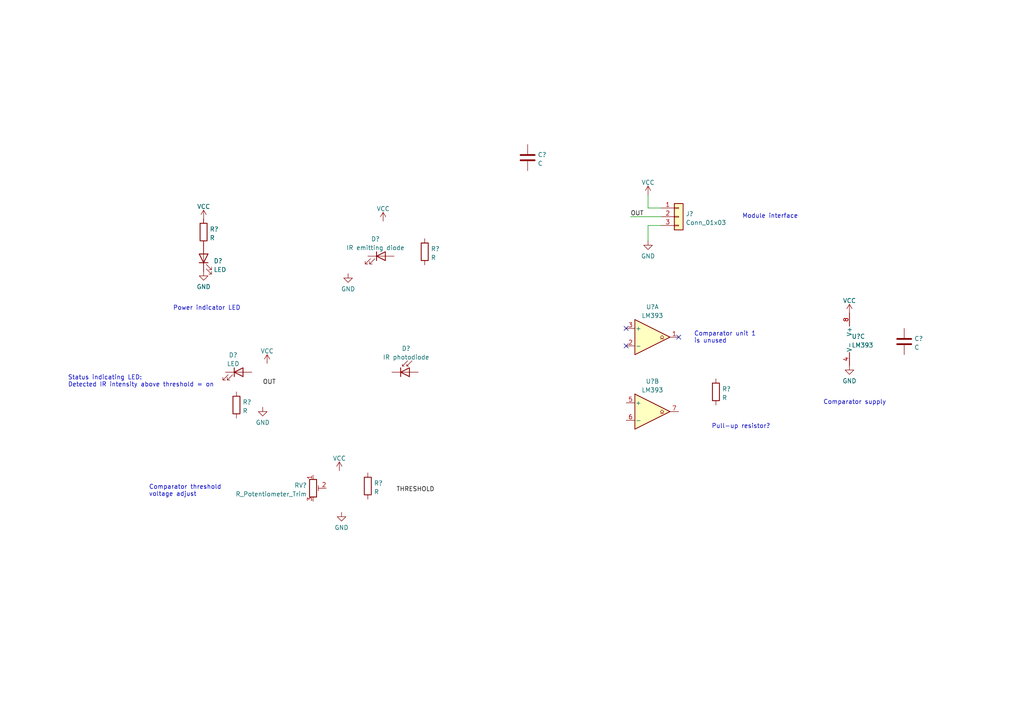
<source format=kicad_sch>
(kicad_sch (version 20211123) (generator eeschema)
  (paper "A4")
  (lib_symbols
    (symbol "Comparator:LM393" (pin_names (offset 0.127))
      (property "Reference" "U" (at 3.81 3.81 0))
      (property "Value" "LM393" (at 6.35 -3.81 0))
      (symbol "LM393_1_1"
        (polyline (pts (xy -5.08 5.08) (xy 5.08 0) (xy -5.08 -5.08) (xy -5.08 5.08)) (stroke (width 0.254)) (fill (type background)))
        (polyline (pts (xy 3.302 -0.508) (xy 2.794 -0.508) (xy 3.302 0) (xy 2.794 0.508) (xy 2.286 0) (xy 2.794 -0.508) (xy 2.286 -0.508)) (stroke (width 0.127)))
        (pin open_collector line (at 7.62 0 180) (length 2.54) (name "~") (number "1"))
        (pin input line (at -7.62 -2.54 0) (length 2.54) (name "-") (number "2"))
        (pin input line (at -7.62 2.54 0) (length 2.54) (name "+") (number "3"))
      )
      (symbol "LM393_2_1"
        (polyline (pts (xy -5.08 5.08) (xy 5.08 0) (xy -5.08 -5.08) (xy -5.08 5.08)) (stroke (width 0.254)) (fill (type background)))
        (polyline (pts (xy 3.302 -0.508) (xy 2.794 -0.508) (xy 3.302 0) (xy 2.794 0.508) (xy 2.286 0) (xy 2.794 -0.508) (xy 2.286 -0.508)) (stroke (width 0.127)))
        (pin input line (at -7.62 2.54 0) (length 2.54) (name "+") (number "5"))
        (pin input line (at -7.62 -2.54 0) (length 2.54) (name "-") (number "6"))
        (pin open_collector line (at 7.62 0 180) (length 2.54) (name "~") (number "7"))
      )
      (symbol "LM393_3_1"
        (pin power_in line (at -2.54 -7.62 90) (length 3.81) (name "V-") (number "4"))
        (pin power_in line (at -2.54 7.62 270) (length 3.81) (name "V+") (number "8"))
      )
    )
    (symbol "Connector_Generic:Conn_01x03" (pin_names (offset 1.016) hide)
      (property "Reference" "J" (at 0 5.08 0))
      (property "Value" "Conn_01x03" (at 0 -5.08 0))
      (symbol "Conn_01x03_1_1"
        (rectangle (start -1.27 -2.413) (end 0 -2.667) (stroke (width 0.1524)))
        (rectangle (start -1.27 0.127) (end 0 -0.127) (stroke (width 0.1524)))
        (rectangle (start -1.27 2.667) (end 0 2.413) (stroke (width 0.1524)))
        (rectangle (start -1.27 3.81) (end 1.27 -3.81) (stroke (width 0.254)) (fill (type background)))
        (pin passive line (at -5.08 2.54 0) (length 3.81) (name "Pin_1") (number "1"))
        (pin passive line (at -5.08 0 0) (length 3.81) (name "Pin_2") (number "2"))
        (pin passive line (at -5.08 -2.54 0) (length 3.81) (name "Pin_3") (number "3"))
      )
    )
    (symbol "Device:C" (pin_numbers hide) (pin_names (offset 0.254))
      (property "Reference" "C" (at 0.635 2.54 0))
      (property "Value" "C" (at 0.635 -2.54 0))
      (symbol "C_0_1"
        (polyline (pts (xy -2.032 -0.762) (xy 2.032 -0.762)) (stroke (width 0.508)))
        (polyline (pts (xy -2.032 0.762) (xy 2.032 0.762)) (stroke (width 0.508)))
      )
      (symbol "C_1_1"
        (pin passive line (at 0 3.81 270) (length 2.794) (name "~") (number "1"))
        (pin passive line (at 0 -3.81 90) (length 2.794) (name "~") (number "2"))
      )
    )
    (symbol "Device:D_Photo" (pin_numbers hide) (pin_names hide)
      (property "Reference" "D" (at 0.508 1.778 0))
      (property "Value" "D_Photo" (at -1.016 -2.794 0))
      (symbol "D_Photo_0_1"
        (polyline (pts (xy -2.54 1.27) (xy -2.54 -1.27)) (stroke (width 0.254)))
        (polyline (pts (xy -2.032 1.778) (xy -1.524 1.778)))
        (polyline (pts (xy 0 0) (xy -2.54 0)))
        (polyline (pts (xy -0.508 3.302) (xy -2.032 1.778) (xy -2.032 2.286)))
        (polyline (pts (xy 0 -1.27) (xy 0 1.27) (xy -2.54 0) (xy 0 -1.27)) (stroke (width 0.254)))
        (polyline (pts (xy 0.762 3.302) (xy -0.762 1.778) (xy -0.762 2.286) (xy -0.762 1.778) (xy -0.254 1.778)))
      )
      (symbol "D_Photo_1_1"
        (pin passive line (at -5.08 0 0) (length 2.54) (name "K") (number "1"))
        (pin passive line (at 2.54 0 180) (length 2.54) (name "A") (number "2"))
      )
    )
    (symbol "Device:LED" (pin_numbers hide) (pin_names (offset 1.016) hide)
      (property "Reference" "D" (at 0 2.54 0))
      (property "Value" "LED" (at 0 -2.54 0))
      (symbol "LED_0_1"
        (polyline (pts (xy -1.27 -1.27) (xy -1.27 1.27)) (stroke (width 0.254)))
        (polyline (pts (xy -1.27 0) (xy 1.27 0)))
        (polyline (pts (xy 1.27 -1.27) (xy 1.27 1.27) (xy -1.27 0) (xy 1.27 -1.27)) (stroke (width 0.254)))
        (polyline (pts (xy -3.048 -0.762) (xy -4.572 -2.286) (xy -3.81 -2.286) (xy -4.572 -2.286) (xy -4.572 -1.524)))
        (polyline (pts (xy -1.778 -0.762) (xy -3.302 -2.286) (xy -2.54 -2.286) (xy -3.302 -2.286) (xy -3.302 -1.524)))
      )
      (symbol "LED_1_1"
        (pin passive line (at -3.81 0 0) (length 2.54) (name "K") (number "1"))
        (pin passive line (at 3.81 0 180) (length 2.54) (name "A") (number "2"))
      )
    )
    (symbol "Device:R" (pin_numbers hide) (pin_names (offset 0))
      (property "Reference" "R" (at 2.032 0 90))
      (property "Value" "R" (at 0 0 90))
      (symbol "R_0_1"
        (rectangle (start -1.016 -2.54) (end 1.016 2.54) (stroke (width 0.254)))
      )
      (symbol "R_1_1"
        (pin passive line (at 0 3.81 270) (length 1.27) (name "~") (number "1"))
        (pin passive line (at 0 -3.81 90) (length 1.27) (name "~") (number "2"))
      )
    )
    (symbol "Device:R_Potentiometer_Trim" (pin_names (offset 1.016) hide)
      (property "Reference" "RV" (at -4.445 0 90))
      (property "Value" "R_Potentiometer_Trim" (at -2.54 0 90))
      (symbol "R_Potentiometer_Trim_0_1"
        (polyline (pts (xy 1.524 0.762) (xy 1.524 -0.762)))
        (polyline (pts (xy 2.54 0) (xy 1.524 0)))
        (rectangle (start 1.016 2.54) (end -1.016 -2.54) (stroke (width 0.254)))
      )
      (symbol "R_Potentiometer_Trim_1_1"
        (pin passive line (at 0 3.81 270) (length 1.27) (name "1") (number "1"))
        (pin passive line (at 3.81 0 180) (length 1.27) (name "2") (number "2"))
        (pin passive line (at 0 -3.81 90) (length 1.27) (name "3") (number "3"))
      )
    )
    (symbol "LM393_1" (pin_names (offset 0.127))
      (property "Reference" "U" (at 3.81 3.81 0))
      (property "Value" "LM393_1" (at 6.35 -3.81 0))
      (symbol "LM393_1_1_1"
        (polyline (pts (xy -5.08 5.08) (xy 5.08 0) (xy -5.08 -5.08) (xy -5.08 5.08)) (stroke (width 0.254)) (fill (type background)))
        (polyline (pts (xy 3.302 -0.508) (xy 2.794 -0.508) (xy 3.302 0) (xy 2.794 0.508) (xy 2.286 0) (xy 2.794 -0.508) (xy 2.286 -0.508)) (stroke (width 0.127)))
        (pin open_collector line (at 7.62 0 180) (length 2.54) (name "~") (number "1"))
        (pin input line (at -7.62 -2.54 0) (length 2.54) (name "-") (number "2"))
        (pin input line (at -7.62 2.54 0) (length 2.54) (name "+") (number "3"))
      )
      (symbol "LM393_1_2_1"
        (polyline (pts (xy -5.08 5.08) (xy 5.08 0) (xy -5.08 -5.08) (xy -5.08 5.08)) (stroke (width 0.254)) (fill (type background)))
        (polyline (pts (xy 3.302 -0.508) (xy 2.794 -0.508) (xy 3.302 0) (xy 2.794 0.508) (xy 2.286 0) (xy 2.794 -0.508) (xy 2.286 -0.508)) (stroke (width 0.127)))
        (pin input line (at -7.62 2.54 0) (length 2.54) (name "+") (number "5"))
        (pin input line (at -7.62 -2.54 0) (length 2.54) (name "-") (number "6"))
        (pin open_collector line (at 7.62 0 180) (length 2.54) (name "~") (number "7"))
      )
      (symbol "LM393_1_3_1"
        (pin power_in line (at -2.54 -7.62 90) (length 3.81) (name "V-") (number "4"))
        (pin power_in line (at -2.54 7.62 270) (length 3.81) (name "V+") (number "8"))
      )
    )
    (symbol "LM393_2" (pin_names (offset 0.127))
      (property "Reference" "U" (at 3.81 3.81 0))
      (property "Value" "LM393_2" (at 6.35 -3.81 0))
      (symbol "LM393_2_1_1"
        (polyline (pts (xy -5.08 5.08) (xy 5.08 0) (xy -5.08 -5.08) (xy -5.08 5.08)) (stroke (width 0.254)) (fill (type background)))
        (polyline (pts (xy 3.302 -0.508) (xy 2.794 -0.508) (xy 3.302 0) (xy 2.794 0.508) (xy 2.286 0) (xy 2.794 -0.508) (xy 2.286 -0.508)) (stroke (width 0.127)))
        (pin open_collector line (at 7.62 0 180) (length 2.54) (name "~") (number "1"))
        (pin input line (at -7.62 -2.54 0) (length 2.54) (name "-") (number "2"))
        (pin input line (at -7.62 2.54 0) (length 2.54) (name "+") (number "3"))
      )
      (symbol "LM393_2_2_1"
        (polyline (pts (xy -5.08 5.08) (xy 5.08 0) (xy -5.08 -5.08) (xy -5.08 5.08)) (stroke (width 0.254)) (fill (type background)))
        (polyline (pts (xy 3.302 -0.508) (xy 2.794 -0.508) (xy 3.302 0) (xy 2.794 0.508) (xy 2.286 0) (xy 2.794 -0.508) (xy 2.286 -0.508)) (stroke (width 0.127)))
        (pin input line (at -7.62 2.54 0) (length 2.54) (name "+") (number "5"))
        (pin input line (at -7.62 -2.54 0) (length 2.54) (name "-") (number "6"))
        (pin open_collector line (at 7.62 0 180) (length 2.54) (name "~") (number "7"))
      )
      (symbol "LM393_2_3_1"
        (pin power_in line (at -2.54 -7.62 90) (length 3.81) (name "V-") (number "4"))
        (pin power_in line (at -2.54 7.62 270) (length 3.81) (name "V+") (number "8"))
      )
    )
    (symbol "power:GND" (power) (pin_names (offset 0))
      (property "Value" "GND" (at 0 -3.81 0))
      (symbol "GND_0_1"
        (polyline (pts (xy 0 0) (xy 0 -1.27) (xy 1.27 -1.27) (xy 0 -2.54) (xy -1.27 -1.27) (xy 0 -1.27)))
      )
      (symbol "GND_1_1"
        (pin power_in line (at 0 0 270) (length 0) hide (name "GND") (number "1"))
      )
    )
    (symbol "power:VCC" (power) (pin_names (offset 0))
      (property "Value" "VCC" (at 0 3.81 0))
      (symbol "VCC_0_1"
        (polyline (pts (xy -0.762 1.27) (xy 0 2.54)))
        (polyline (pts (xy 0 0) (xy 0 2.54)))
        (polyline (pts (xy 0 2.54) (xy 0.762 1.27)))
      )
      (symbol "VCC_1_1"
        (pin power_in line (at 0 0 90) (length 0) hide (name "VCC") (number "1"))
      )
    )
  )
  (no_connect (at 196.85 97.79))
  (no_connect (at 181.61 100.33))
  (no_connect (at 181.61 95.25))
  (wire (pts (xy 191.77 60.325) (xy 187.96 60.325)))
  (wire (pts (xy 187.96 65.405) (xy 187.96 69.85)))
  (wire (pts (xy 191.77 65.405) (xy 187.96 65.405)))
  (wire (pts (xy 187.96 56.515) (xy 187.96 60.325)))
  (wire (pts (xy 182.88 62.865) (xy 191.77 62.865)))
  (text "Comparator threshold\nvoltage adjust" (at 43.18 144.145 0) (effects (font (size 1.27 1.27)) (justify left bottom)))
  (text "Power indicator LED" (at 50.165 90.17 0) (effects (font (size 1.27 1.27)) (justify left bottom)))
  (text "Status indicating LED:\nDetected IR intensity above threshold = on" (at 19.685 112.395 0) (effects (font (size 1.27 1.27)) (justify left bottom)))
  (text "Comparator unit 1\nis unused" (at 201.295 99.695 0) (effects (font (size 1.27 1.27)) (justify left bottom)))
  (text "Pull-up resistor?" (at 206.375 124.46 0) (effects (font (size 1.27 1.27)) (justify left bottom)))
  (text "Comparator supply" (at 238.76 117.475 0) (effects (font (size 1.27 1.27)) (justify left bottom)))
  (text "Module interface" (at 215.265 63.5 0) (effects (font (size 1.27 1.27)) (justify left bottom)))
  (label "OUT" (at 76.2 111.76 0))
  (label "OUT" (at 182.88 62.865 0))
  (label "THRESHOLD" (at 114.935 142.875 0))
  (symbol (lib_id "power:GND") (at 99.06 148.59 0) (unit 1)
    (property "Reference" "#PWR?" (effects hide))
    (property "Value" "GND" (at 99.06 153.0334 0))
  )
  (symbol (lib_name "LM393_2") (lib_id "Comparator:LM393") (at 189.23 119.38 0) (unit 2)
    (property "Reference" "U?" (at 189.23 110.6002 0))
    (property "Value" "LM393" (at 189.23 113.1371 0))
    (property "Footprint" "Package_SO:Diodes_PSOP-8" (effects hide))
    (property "Datasheet" "http://www.ti.com/lit/ds/symlink/lm393.pdf" (effects hide))
  )
  (symbol (lib_id "power:GND") (at 76.2 118.11 0) (unit 1)
    (property "Reference" "#PWR?" (effects hide))
    (property "Value" "GND" (at 76.2 122.5534 0))
  )
  (symbol (lib_id "Device:LED") (at 110.49 74.295 0) (unit 1)
    (property "Reference" "D?" (at 108.9025 69.3252 0))
    (property "Value" "IR emitting diode" (at 108.9025 71.8621 0))
  )
  (symbol (lib_id "Device:C") (at 262.255 99.06 0) (unit 1)
    (property "Reference" "C?" (at 265.176 98.2253 0) (effects (justify left)))
    (property "Value" "C" (at 265.176 100.7622 0) (effects (justify left)))
  )
  (symbol (lib_id "power:VCC") (at 98.425 136.525 0) (unit 1)
    (property "Reference" "#PWR?" (effects hide))
    (property "Value" "VCC" (at 98.425 132.9492 0))
  )
  (symbol (lib_id "Device:D_Photo") (at 118.745 107.95 0) (unit 1)
    (property "Reference" "D?" (at 117.7925 101.0752 0))
    (property "Value" "IR photodiode" (at 117.7925 103.6121 0))
  )
  (symbol (lib_id "Device:R") (at 68.58 117.475 0) (unit 1)
    (property "Reference" "R?" (at 70.358 116.6403 0) (effects (justify left)))
    (property "Value" "R" (at 70.358 119.1772 0) (effects (justify left)))
  )
  (symbol (lib_id "power:GND") (at 100.965 79.375 0) (unit 1)
    (property "Reference" "#PWR?" (effects hide))
    (property "Value" "GND" (at 100.965 83.8184 0))
  )
  (symbol (lib_id "Comparator:LM393") (at 248.92 98.425 0) (unit 3)
    (property "Reference" "U?" (at 247.015 97.5903 0) (effects (justify left)))
    (property "Value" "LM393" (at 247.015 100.1272 0) (effects (justify left)))
    (property "Datasheet" "http://www.ti.com/lit/ds/symlink/lm393.pdf" (effects hide))
  )
  (symbol (lib_id "power:VCC") (at 59.055 63.5 0) (unit 1)
    (property "Reference" "#PWR?" (effects hide))
    (property "Value" "VCC" (at 59.055 59.9242 0))
  )
  (symbol (lib_id "Connector_Generic:Conn_01x03") (at 196.85 62.865 0) (unit 1)
    (property "Reference" "J?" (at 198.882 62.0303 0) (effects (justify left)))
    (property "Value" "Conn_01x03" (at 198.882 64.5672 0) (effects (justify left)))
  )
  (symbol (lib_id "power:VCC") (at 77.47 105.41 0) (unit 1)
    (property "Reference" "#PWR?" (effects hide))
    (property "Value" "VCC" (at 77.47 101.8342 0))
  )
  (symbol (lib_id "power:VCC") (at 187.96 56.515 0) (unit 1)
    (property "Reference" "#PWR?" (effects hide))
    (property "Value" "VCC" (at 187.96 52.9392 0))
  )
  (symbol (lib_id "power:VCC") (at 111.125 64.135 0) (unit 1)
    (property "Reference" "#PWR?" (effects hide))
    (property "Value" "VCC" (at 111.125 60.5592 0))
  )
  (symbol (lib_id "power:GND") (at 187.96 69.85 0) (unit 1)
    (property "Reference" "#PWR?" (effects hide))
    (property "Value" "GND" (at 187.96 74.2934 0))
  )
  (symbol (lib_id "Device:C") (at 153.035 45.72 0) (unit 1)
    (property "Reference" "C?" (at 155.956 44.8853 0) (effects (justify left)))
    (property "Value" "C" (at 155.956 47.4222 0) (effects (justify left)))
  )
  (symbol (lib_id "Device:LED") (at 59.055 74.93 90) (unit 1)
    (property "Reference" "D?" (at 61.976 75.6828 90) (effects (justify right)))
    (property "Value" "LED" (at 61.976 78.2197 90) (effects (justify right)))
  )
  (symbol (lib_id "Device:R_Potentiometer_Trim") (at 90.805 141.605 0) (unit 1)
    (property "Reference" "RV?" (at 89.027 140.7703 0) (effects (justify right)))
    (property "Value" "R_Potentiometer_Trim" (at 89.027 143.3072 0) (effects (justify right)))
  )
  (symbol (lib_id "Device:R") (at 207.645 113.665 0) (unit 1)
    (property "Reference" "R?" (at 209.423 112.8303 0) (effects (justify left)))
    (property "Value" "R" (at 209.423 115.3672 0) (effects (justify left)))
  )
  (symbol (lib_id "Device:LED") (at 69.215 107.95 0) (unit 1)
    (property "Reference" "D?" (at 67.6275 102.9802 0))
    (property "Value" "LED" (at 67.6275 105.5171 0))
  )
  (symbol (lib_name "LM393_1") (lib_id "Comparator:LM393") (at 189.23 97.79 0) (unit 1)
    (property "Reference" "U?" (at 189.23 89.0102 0))
    (property "Value" "LM393" (at 189.23 91.5471 0))
    (property "Footprint" "Package_SO:Diodes_PSOP-8" (effects hide))
    (property "Datasheet" "http://www.ti.com/lit/ds/symlink/lm393.pdf" (effects hide))
  )
  (symbol (lib_id "Device:R") (at 59.055 67.31 0) (unit 1)
    (property "Reference" "R?" (at 60.833 66.4753 0) (effects (justify left)))
    (property "Value" "R" (at 60.833 69.0122 0) (effects (justify left)))
  )
  (symbol (lib_id "Device:R") (at 123.19 73.025 0) (unit 1)
    (property "Reference" "R?" (at 124.968 72.1903 0) (effects (justify left)))
    (property "Value" "R" (at 124.968 74.7272 0) (effects (justify left)))
  )
  (symbol (lib_id "power:GND") (at 246.38 106.045 0) (unit 1)
    (property "Reference" "#PWR?" (effects hide))
    (property "Value" "GND" (at 246.38 110.4884 0))
  )
  (symbol (lib_id "power:GND") (at 59.055 78.74 0) (unit 1)
    (property "Reference" "#PWR?" (effects hide))
    (property "Value" "GND" (at 59.055 83.1834 0))
  )
  (symbol (lib_id "Device:R") (at 106.68 140.97 0) (unit 1)
    (property "Reference" "R?" (at 108.458 140.1353 0) (effects (justify left)))
    (property "Value" "R" (at 108.458 142.6722 0) (effects (justify left)))
  )
  (symbol (lib_id "power:VCC") (at 246.38 90.805 0) (unit 1)
    (property "Reference" "#PWR?" (effects hide))
    (property "Value" "VCC" (at 246.38 87.2292 0))
  )
)
</source>
